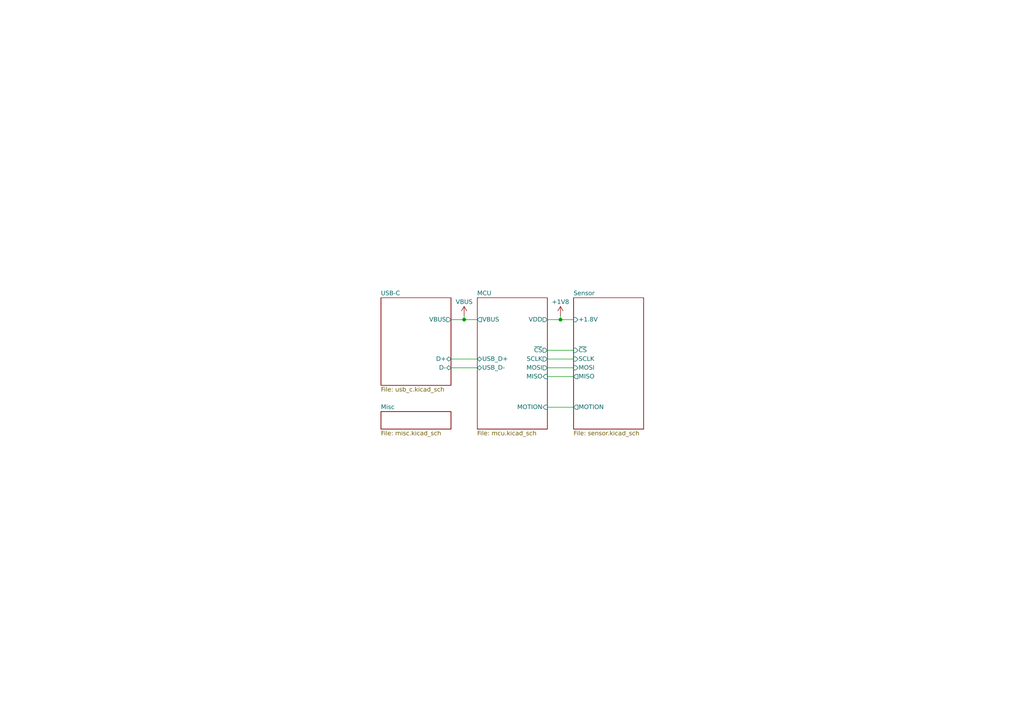
<source format=kicad_sch>
(kicad_sch
	(version 20231120)
	(generator "eeschema")
	(generator_version "8.0")
	(uuid "d388baa8-a30f-4409-adb1-3be7b106426b")
	(paper "A4")
	(title_block
		(title "HexTrack PCB")
		(date "2025-01-09")
		(rev "v0.0.1")
		(company "TMShader")
		(comment 9 "HexTrack")
	)
	(lib_symbols
		(symbol "power:+1V8"
			(power)
			(pin_numbers hide)
			(pin_names
				(offset 0) hide)
			(exclude_from_sim no)
			(in_bom yes)
			(on_board yes)
			(property "Reference" "#PWR"
				(at 0 -3.81 0)
				(effects
					(font
						(size 1.27 1.27)
					)
					(hide yes)
				)
			)
			(property "Value" "+1V8"
				(at 0 3.556 0)
				(effects
					(font
						(size 1.27 1.27)
					)
				)
			)
			(property "Footprint" ""
				(at 0 0 0)
				(effects
					(font
						(size 1.27 1.27)
					)
					(hide yes)
				)
			)
			(property "Datasheet" ""
				(at 0 0 0)
				(effects
					(font
						(size 1.27 1.27)
					)
					(hide yes)
				)
			)
			(property "Description" "Power symbol creates a global label with name \"+1V8\""
				(at 0 0 0)
				(effects
					(font
						(size 1.27 1.27)
					)
					(hide yes)
				)
			)
			(property "ki_keywords" "global power"
				(at 0 0 0)
				(effects
					(font
						(size 1.27 1.27)
					)
					(hide yes)
				)
			)
			(symbol "+1V8_0_1"
				(polyline
					(pts
						(xy -0.762 1.27) (xy 0 2.54)
					)
					(stroke
						(width 0)
						(type default)
					)
					(fill
						(type none)
					)
				)
				(polyline
					(pts
						(xy 0 0) (xy 0 2.54)
					)
					(stroke
						(width 0)
						(type default)
					)
					(fill
						(type none)
					)
				)
				(polyline
					(pts
						(xy 0 2.54) (xy 0.762 1.27)
					)
					(stroke
						(width 0)
						(type default)
					)
					(fill
						(type none)
					)
				)
			)
			(symbol "+1V8_1_1"
				(pin power_in line
					(at 0 0 90)
					(length 0)
					(name "~"
						(effects
							(font
								(size 1.27 1.27)
							)
						)
					)
					(number "1"
						(effects
							(font
								(size 1.27 1.27)
							)
						)
					)
				)
			)
		)
		(symbol "power:VBUS"
			(power)
			(pin_numbers hide)
			(pin_names
				(offset 0) hide)
			(exclude_from_sim no)
			(in_bom yes)
			(on_board yes)
			(property "Reference" "#PWR"
				(at 0 -3.81 0)
				(effects
					(font
						(size 1.27 1.27)
					)
					(hide yes)
				)
			)
			(property "Value" "VBUS"
				(at 0 3.556 0)
				(effects
					(font
						(size 1.27 1.27)
					)
				)
			)
			(property "Footprint" ""
				(at 0 0 0)
				(effects
					(font
						(size 1.27 1.27)
					)
					(hide yes)
				)
			)
			(property "Datasheet" ""
				(at 0 0 0)
				(effects
					(font
						(size 1.27 1.27)
					)
					(hide yes)
				)
			)
			(property "Description" "Power symbol creates a global label with name \"VBUS\""
				(at 0 0 0)
				(effects
					(font
						(size 1.27 1.27)
					)
					(hide yes)
				)
			)
			(property "ki_keywords" "global power"
				(at 0 0 0)
				(effects
					(font
						(size 1.27 1.27)
					)
					(hide yes)
				)
			)
			(symbol "VBUS_0_1"
				(polyline
					(pts
						(xy -0.762 1.27) (xy 0 2.54)
					)
					(stroke
						(width 0)
						(type default)
					)
					(fill
						(type none)
					)
				)
				(polyline
					(pts
						(xy 0 0) (xy 0 2.54)
					)
					(stroke
						(width 0)
						(type default)
					)
					(fill
						(type none)
					)
				)
				(polyline
					(pts
						(xy 0 2.54) (xy 0.762 1.27)
					)
					(stroke
						(width 0)
						(type default)
					)
					(fill
						(type none)
					)
				)
			)
			(symbol "VBUS_1_1"
				(pin power_in line
					(at 0 0 90)
					(length 0)
					(name "~"
						(effects
							(font
								(size 1.27 1.27)
							)
						)
					)
					(number "1"
						(effects
							(font
								(size 1.27 1.27)
							)
						)
					)
				)
			)
		)
	)
	(junction
		(at 134.62 92.71)
		(diameter 0)
		(color 0 0 0 0)
		(uuid "38af8e38-db2f-49c2-baf7-944d9bc76967")
	)
	(junction
		(at 162.56 92.71)
		(diameter 0)
		(color 0 0 0 0)
		(uuid "5318ab47-d227-498d-8f10-520eb95717ac")
	)
	(wire
		(pts
			(xy 130.81 104.14) (xy 138.43 104.14)
		)
		(stroke
			(width 0)
			(type default)
		)
		(uuid "04b080da-8548-45c7-bfbc-722d28af1786")
	)
	(wire
		(pts
			(xy 158.75 104.14) (xy 166.37 104.14)
		)
		(stroke
			(width 0)
			(type default)
		)
		(uuid "21e23144-1102-4f75-85a2-52af85c7534e")
	)
	(wire
		(pts
			(xy 158.75 92.71) (xy 162.56 92.71)
		)
		(stroke
			(width 0)
			(type default)
		)
		(uuid "424a90c0-f321-45e3-a6fe-9bd888759c22")
	)
	(wire
		(pts
			(xy 158.75 106.68) (xy 166.37 106.68)
		)
		(stroke
			(width 0)
			(type default)
		)
		(uuid "64d60ae6-53e6-4576-8273-10296cb4e048")
	)
	(wire
		(pts
			(xy 134.62 92.71) (xy 134.62 91.44)
		)
		(stroke
			(width 0)
			(type default)
		)
		(uuid "6efd2ca0-682c-4b4e-8a00-9efead3656fc")
	)
	(wire
		(pts
			(xy 130.81 106.68) (xy 138.43 106.68)
		)
		(stroke
			(width 0)
			(type default)
		)
		(uuid "84e3251e-3b07-438e-b27c-2bbfcb61016a")
	)
	(wire
		(pts
			(xy 130.81 92.71) (xy 134.62 92.71)
		)
		(stroke
			(width 0)
			(type default)
		)
		(uuid "935f5d67-b73c-4606-861a-7f0cbf25288b")
	)
	(wire
		(pts
			(xy 158.75 101.6) (xy 166.37 101.6)
		)
		(stroke
			(width 0)
			(type default)
		)
		(uuid "e0a5c8e8-4d9b-47e2-a4b5-543c086d5a92")
	)
	(wire
		(pts
			(xy 158.75 118.11) (xy 166.37 118.11)
		)
		(stroke
			(width 0)
			(type default)
		)
		(uuid "e33b5b90-1ea1-4221-ae1b-ec82758cdd6d")
	)
	(wire
		(pts
			(xy 162.56 91.44) (xy 162.56 92.71)
		)
		(stroke
			(width 0)
			(type default)
		)
		(uuid "e982fa83-cf26-495d-8ce3-328f41942ac9")
	)
	(wire
		(pts
			(xy 158.75 109.22) (xy 166.37 109.22)
		)
		(stroke
			(width 0)
			(type default)
		)
		(uuid "f7e7d8bd-a6ef-41ea-a66a-4b7f473d2c64")
	)
	(wire
		(pts
			(xy 134.62 92.71) (xy 138.43 92.71)
		)
		(stroke
			(width 0)
			(type default)
		)
		(uuid "fab4b569-d24d-452c-9b9b-2b2889063b9d")
	)
	(wire
		(pts
			(xy 162.56 92.71) (xy 166.37 92.71)
		)
		(stroke
			(width 0)
			(type default)
		)
		(uuid "ff10baf5-858d-4fdc-8096-f813f7780074")
	)
	(text "${SHEETNAME}"
		(exclude_from_sim no)
		(at 19.05 25.4 0)
		(effects
			(font
				(face "Lexend")
				(size 8 8)
				(thickness 1.6256)
				(bold yes)
			)
			(justify left top)
		)
		(uuid "791943f0-4945-4c4f-826c-aa522fa22c80")
	)
	(symbol
		(lib_id "power:+1V8")
		(at 162.56 91.44 0)
		(unit 1)
		(exclude_from_sim no)
		(in_bom yes)
		(on_board yes)
		(dnp no)
		(uuid "62873721-76dc-429e-8771-2529a0fd347c")
		(property "Reference" "#PWR01"
			(at 162.56 95.25 0)
			(effects
				(font
					(size 1.27 1.27)
				)
				(hide yes)
			)
		)
		(property "Value" "+1V8"
			(at 162.56 87.63 0)
			(effects
				(font
					(face "Lexend")
					(size 1.27 1.27)
				)
			)
		)
		(property "Footprint" ""
			(at 162.56 91.44 0)
			(effects
				(font
					(size 1.27 1.27)
				)
				(hide yes)
			)
		)
		(property "Datasheet" ""
			(at 162.56 91.44 0)
			(effects
				(font
					(size 1.27 1.27)
				)
				(hide yes)
			)
		)
		(property "Description" "Power symbol creates a global label with name \"+1V8\""
			(at 162.56 91.44 0)
			(effects
				(font
					(size 1.27 1.27)
				)
				(hide yes)
			)
		)
		(pin "1"
			(uuid "cc7042d0-fe5a-4b14-950f-8e864046a723")
		)
		(instances
			(project "hextrack"
				(path "/e03ae3c5-ddb7-48ac-a408-9dcc58a57689/9836e963-ec32-4c01-99da-5c973017755a"
					(reference "#PWR01")
					(unit 1)
				)
			)
		)
	)
	(symbol
		(lib_id "power:VBUS")
		(at 134.62 91.44 0)
		(unit 1)
		(exclude_from_sim no)
		(in_bom yes)
		(on_board yes)
		(dnp no)
		(uuid "d4718a06-1f6f-4030-8801-8e2c91f5f1cf")
		(property "Reference" "#PWR09"
			(at 134.62 95.25 0)
			(effects
				(font
					(size 1.27 1.27)
				)
				(hide yes)
			)
		)
		(property "Value" "VBUS"
			(at 134.62 87.63 0)
			(effects
				(font
					(face "Lexend")
					(size 1.27 1.27)
				)
			)
		)
		(property "Footprint" ""
			(at 134.62 91.44 0)
			(effects
				(font
					(size 1.27 1.27)
				)
				(hide yes)
			)
		)
		(property "Datasheet" ""
			(at 134.62 91.44 0)
			(effects
				(font
					(size 1.27 1.27)
				)
				(hide yes)
			)
		)
		(property "Description" "Power symbol creates a global label with name \"VBUS\""
			(at 134.62 91.44 0)
			(effects
				(font
					(size 1.27 1.27)
				)
				(hide yes)
			)
		)
		(pin "1"
			(uuid "d1fe4a88-a24b-443b-95f5-b3375cebfb12")
		)
		(instances
			(project "hextrack"
				(path "/e03ae3c5-ddb7-48ac-a408-9dcc58a57689/9836e963-ec32-4c01-99da-5c973017755a"
					(reference "#PWR09")
					(unit 1)
				)
			)
		)
	)
	(sheet
		(at 138.43 86.36)
		(size 20.32 38.1)
		(stroke
			(width 0.1524)
			(type solid)
		)
		(fill
			(color 0 0 0 0.0000)
		)
		(uuid "1feb3cee-82cd-45fc-9a10-745f1cbe257b")
		(property "Sheetname" "MCU"
			(at 138.43 85.09 0)
			(effects
				(font
					(face "Lexend")
					(size 1.27 1.27)
				)
				(justify left)
			)
		)
		(property "Sheetfile" "mcu.kicad_sch"
			(at 138.43 125.73 0)
			(effects
				(font
					(face "Lexend")
					(size 1.27 1.27)
				)
				(justify left)
			)
		)
		(pin "USB_D-" bidirectional
			(at 138.43 106.68 180)
			(effects
				(font
					(face "Lexend")
					(size 1.27 1.27)
				)
				(justify left)
			)
			(uuid "f65e5260-2442-4f09-a1a3-e39668f67a31")
		)
		(pin "USB_D+" bidirectional
			(at 138.43 104.14 180)
			(effects
				(font
					(face "Lexend")
					(size 1.27 1.27)
				)
				(justify left)
			)
			(uuid "8b1ab937-2a6f-4a72-9c6f-daf188365c02")
		)
		(pin "SCLK" output
			(at 158.75 104.14 0)
			(effects
				(font
					(face "Lexend")
					(size 1.27 1.27)
				)
				(justify right)
			)
			(uuid "35713b77-8235-4ca8-9c24-94859da97aaf")
		)
		(pin "MISO" input
			(at 158.75 109.22 0)
			(effects
				(font
					(face "Lexend")
					(size 1.27 1.27)
				)
				(justify right)
			)
			(uuid "d728d7ef-562d-4ccb-915e-d29498b8bcac")
		)
		(pin "MOSI" output
			(at 158.75 106.68 0)
			(effects
				(font
					(face "Lexend")
					(size 1.27 1.27)
				)
				(justify right)
			)
			(uuid "01127823-ecbb-48b4-99d8-d8a7c1b692d5")
		)
		(pin "~{CS}" output
			(at 158.75 101.6 0)
			(effects
				(font
					(face "Lexend")
					(size 1.27 1.27)
				)
				(justify right)
			)
			(uuid "afd9e679-bda7-4498-8f4d-5906e75d0ba4")
		)
		(pin "MOTION" input
			(at 158.75 118.11 0)
			(effects
				(font
					(face "Lexend")
					(size 1.27 1.27)
				)
				(justify right)
			)
			(uuid "807c8646-7ba9-4856-b197-f93b4cabdc3f")
		)
		(pin "VBUS" output
			(at 138.43 92.71 180)
			(effects
				(font
					(face "Lexend")
					(size 1.27 1.27)
				)
				(justify left)
			)
			(uuid "52e1aa45-f0d7-4212-ab6d-abce3b7b2889")
		)
		(pin "VDD" output
			(at 158.75 92.71 0)
			(effects
				(font
					(face "Lexend")
					(size 1.27 1.27)
				)
				(justify right)
			)
			(uuid "940a172c-13ff-431d-99f4-3c8fe6f7ff43")
		)
		(instances
			(project "hextrack"
				(path "/e03ae3c5-ddb7-48ac-a408-9dcc58a57689/9836e963-ec32-4c01-99da-5c973017755a"
					(page "4")
				)
			)
		)
	)
	(sheet
		(at 166.37 86.36)
		(size 20.32 38.1)
		(stroke
			(width 0.1524)
			(type solid)
		)
		(fill
			(color 0 0 0 0.0000)
		)
		(uuid "970bbcdd-a4ab-4f8a-b2e3-65e4c240b91d")
		(property "Sheetname" "Sensor"
			(at 166.37 85.09 0)
			(effects
				(font
					(face "Lexend")
					(size 1.27 1.27)
				)
				(justify left)
			)
		)
		(property "Sheetfile" "sensor.kicad_sch"
			(at 166.37 125.73 0)
			(effects
				(font
					(face "Lexend")
					(size 1.27 1.27)
				)
				(justify left)
			)
		)
		(pin "+1.8V" input
			(at 166.37 92.71 180)
			(effects
				(font
					(face "Lexend")
					(size 1.27 1.27)
				)
				(justify left)
			)
			(uuid "a6b98a6d-eb53-485c-8b5a-a4e55a942a31")
		)
		(pin "MOTION" output
			(at 166.37 118.11 180)
			(effects
				(font
					(face "Lexend")
					(size 1.27 1.27)
				)
				(justify left)
			)
			(uuid "c10dee6a-6488-44e1-b435-8e4e238a7bd3")
		)
		(pin "SCLK" input
			(at 166.37 104.14 180)
			(effects
				(font
					(face "Lexend")
					(size 1.27 1.27)
				)
				(justify left)
			)
			(uuid "a5b9c74e-4d71-4cfe-8986-28f8f7571712")
		)
		(pin "MOSI" input
			(at 166.37 106.68 180)
			(effects
				(font
					(face "Lexend")
					(size 1.27 1.27)
				)
				(justify left)
			)
			(uuid "f4040a5b-ea1a-4194-a12c-7f4151f51060")
		)
		(pin "~{CS}" input
			(at 166.37 101.6 180)
			(effects
				(font
					(face "Lexend")
					(size 1.27 1.27)
				)
				(justify left)
			)
			(uuid "7ef9d7e6-0ca9-48fc-9e2e-7a9917839dd0")
		)
		(pin "MISO" output
			(at 166.37 109.22 180)
			(effects
				(font
					(face "Lexend")
					(size 1.27 1.27)
				)
				(justify left)
			)
			(uuid "5f1009f4-5b96-4ff9-b1e0-637a0cde8bfd")
		)
		(instances
			(project "hextrack"
				(path "/e03ae3c5-ddb7-48ac-a408-9dcc58a57689/9836e963-ec32-4c01-99da-5c973017755a"
					(page "5")
				)
			)
		)
	)
	(sheet
		(at 110.49 119.38)
		(size 20.32 5.08)
		(stroke
			(width 0.1524)
			(type solid)
		)
		(fill
			(color 0 0 0 0.0000)
		)
		(uuid "b1b45fc2-b729-4747-b7cc-9958adb1922a")
		(property "Sheetname" "Misc"
			(at 110.49 118.11 0)
			(effects
				(font
					(face "Lexend")
					(size 1.27 1.27)
				)
				(justify left)
			)
		)
		(property "Sheetfile" "misc.kicad_sch"
			(at 110.49 125.73 0)
			(effects
				(font
					(face "Lexend")
					(size 1.27 1.27)
				)
				(justify left)
			)
		)
		(instances
			(project "hextrack"
				(path "/e03ae3c5-ddb7-48ac-a408-9dcc58a57689/9836e963-ec32-4c01-99da-5c973017755a"
					(page "6")
				)
			)
		)
	)
	(sheet
		(at 110.49 86.36)
		(size 20.32 25.4)
		(stroke
			(width 0.1524)
			(type solid)
		)
		(fill
			(color 0 0 0 0.0000)
		)
		(uuid "b85208ae-6025-47c1-ac11-02f6f1e1bd30")
		(property "Sheetname" "USB-C"
			(at 110.49 85.09 0)
			(effects
				(font
					(face "Lexend")
					(size 1.27 1.27)
				)
				(justify left)
			)
		)
		(property "Sheetfile" "usb_c.kicad_sch"
			(at 110.49 113.03 0)
			(effects
				(font
					(face "Lexend")
					(size 1.27 1.27)
				)
				(justify left)
			)
		)
		(pin "D+" bidirectional
			(at 130.81 104.14 0)
			(effects
				(font
					(face "Lexend")
					(size 1.27 1.27)
				)
				(justify right)
			)
			(uuid "61580866-4748-40ad-850c-69dcdfd4ae61")
		)
		(pin "D-" bidirectional
			(at 130.81 106.68 0)
			(effects
				(font
					(face "Lexend")
					(size 1.27 1.27)
				)
				(justify right)
			)
			(uuid "b0911806-8452-43af-a858-2464fbdcdd01")
		)
		(pin "VBUS" output
			(at 130.81 92.71 0)
			(effects
				(font
					(face "Lexend")
					(size 1.27 1.27)
				)
				(justify right)
			)
			(uuid "9fc99bd0-f0d5-4e78-9baf-9279513bd260")
		)
		(instances
			(project "hextrack"
				(path "/e03ae3c5-ddb7-48ac-a408-9dcc58a57689/9836e963-ec32-4c01-99da-5c973017755a"
					(page "3")
				)
			)
		)
	)
)

</source>
